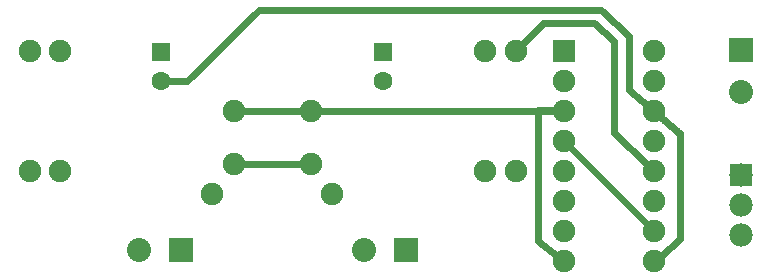
<source format=gbl>
G04 MADE WITH FRITZING*
G04 WWW.FRITZING.ORG*
G04 DOUBLE SIDED*
G04 HOLES PLATED*
G04 CONTOUR ON CENTER OF CONTOUR VECTOR*
%ASAXBY*%
%FSLAX23Y23*%
%MOIN*%
%OFA0B0*%
%SFA1.0B1.0*%
%ADD10C,0.075000*%
%ADD11C,0.080000*%
%ADD12C,0.078000*%
%ADD13C,0.062992*%
%ADD14R,0.080000X0.080000*%
%ADD15R,0.075000X0.075000*%
%ADD16R,0.078000X0.078000*%
%ADD17R,0.062992X0.062992*%
%ADD18C,0.024000*%
%ADD19R,0.001000X0.001000*%
%LNCOPPER0*%
G90*
G70*
G54D10*
X1758Y485D03*
X1758Y885D03*
X138Y485D03*
X138Y885D03*
X1657Y485D03*
X1657Y885D03*
X238Y485D03*
X238Y885D03*
X747Y408D03*
X1147Y408D03*
G54D11*
X2508Y888D03*
X2508Y750D03*
G54D10*
X1920Y886D03*
X2220Y886D03*
X1920Y786D03*
X2220Y786D03*
X1920Y686D03*
X2220Y686D03*
X1920Y586D03*
X2220Y586D03*
X1920Y486D03*
X2220Y486D03*
X1920Y386D03*
X2220Y386D03*
X1920Y286D03*
X2220Y286D03*
X1920Y186D03*
X2220Y186D03*
G54D12*
X2508Y472D03*
X2508Y372D03*
X2508Y272D03*
G54D13*
X1317Y884D03*
X1317Y786D03*
X577Y884D03*
X577Y786D03*
G54D10*
X820Y686D03*
X1076Y686D03*
X820Y509D03*
X1076Y509D03*
G54D11*
X1392Y223D03*
X1254Y223D03*
X642Y224D03*
X504Y224D03*
G54D14*
X2508Y888D03*
G54D15*
X1920Y886D03*
G54D16*
X2508Y472D03*
G54D17*
X1317Y884D03*
X577Y884D03*
G54D14*
X1392Y223D03*
X642Y224D03*
G54D18*
X848Y509D02*
X1047Y509D01*
D02*
X848Y686D02*
X1047Y686D01*
D02*
X1833Y686D02*
X1833Y253D01*
D02*
X1833Y253D02*
X1897Y203D01*
D02*
X1940Y565D02*
X2200Y306D01*
D02*
X2305Y612D02*
X2305Y258D01*
D02*
X2305Y258D02*
X2242Y204D01*
D02*
X1849Y981D02*
X2018Y981D01*
D02*
X2087Y919D02*
X2087Y614D01*
D02*
X2018Y981D02*
X2087Y919D01*
D02*
X1778Y906D02*
X1849Y981D01*
D02*
X2087Y614D02*
X2199Y506D01*
D02*
X2042Y1023D02*
X904Y1023D01*
D02*
X2136Y937D02*
X2042Y1023D01*
D02*
X664Y786D02*
X604Y786D01*
D02*
X904Y1023D02*
X664Y786D01*
D02*
X2136Y757D02*
X2136Y937D01*
D02*
X2198Y704D02*
X2136Y757D01*
D02*
X1104Y686D02*
X1891Y686D01*
G54D19*
X1831Y698D02*
X1920Y698D01*
X2217Y698D02*
X2220Y698D01*
X1828Y697D02*
X1923Y697D01*
X2214Y697D02*
X2223Y697D01*
X1826Y696D02*
X1925Y696D01*
X2212Y696D02*
X2225Y696D01*
X1825Y695D02*
X1926Y695D01*
X2211Y695D02*
X2226Y695D01*
X1824Y694D02*
X1927Y694D01*
X2210Y694D02*
X2227Y694D01*
X1823Y693D02*
X1928Y693D01*
X2209Y693D02*
X2228Y693D01*
X1822Y692D02*
X1929Y692D01*
X2209Y692D02*
X2230Y692D01*
X1822Y691D02*
X1929Y691D01*
X2208Y691D02*
X2231Y691D01*
X1821Y690D02*
X1929Y690D01*
X2208Y690D02*
X2232Y690D01*
X1821Y689D02*
X1930Y689D01*
X2207Y689D02*
X2233Y689D01*
X1821Y688D02*
X1930Y688D01*
X2207Y688D02*
X2234Y688D01*
X1821Y687D02*
X1930Y687D01*
X2207Y687D02*
X2235Y687D01*
X1821Y686D02*
X1930Y686D01*
X2207Y686D02*
X2237Y686D01*
X1821Y685D02*
X1930Y685D01*
X2207Y685D02*
X2238Y685D01*
X1821Y684D02*
X1930Y684D01*
X2207Y684D02*
X2239Y684D01*
X1821Y683D02*
X1930Y683D01*
X2207Y683D02*
X2240Y683D01*
X1822Y682D02*
X1929Y682D01*
X2208Y682D02*
X2241Y682D01*
X1822Y681D02*
X1929Y681D01*
X2208Y681D02*
X2242Y681D01*
X1822Y680D02*
X1928Y680D01*
X2209Y680D02*
X2243Y680D01*
X1823Y679D02*
X1928Y679D01*
X2209Y679D02*
X2245Y679D01*
X1824Y678D02*
X1927Y678D01*
X2210Y678D02*
X2246Y678D01*
X1825Y677D02*
X1926Y677D01*
X2211Y677D02*
X2247Y677D01*
X1826Y676D02*
X1924Y676D01*
X2212Y676D02*
X2248Y676D01*
X1828Y675D02*
X1922Y675D01*
X2214Y675D02*
X2249Y675D01*
X2215Y674D02*
X2250Y674D01*
X2216Y673D02*
X2252Y673D01*
X2217Y672D02*
X2253Y672D01*
X2218Y671D02*
X2254Y671D01*
X2219Y670D02*
X2255Y670D01*
X2221Y669D02*
X2256Y669D01*
X2222Y668D02*
X2257Y668D01*
X2223Y667D02*
X2258Y667D01*
X2224Y666D02*
X2260Y666D01*
X2225Y665D02*
X2261Y665D01*
X2226Y664D02*
X2262Y664D01*
X2227Y663D02*
X2263Y663D01*
X2229Y662D02*
X2264Y662D01*
X2230Y661D02*
X2265Y661D01*
X2231Y660D02*
X2267Y660D01*
X2232Y659D02*
X2268Y659D01*
X2233Y658D02*
X2269Y658D01*
X2234Y657D02*
X2270Y657D01*
X2236Y656D02*
X2271Y656D01*
X2237Y655D02*
X2272Y655D01*
X2238Y654D02*
X2274Y654D01*
X2239Y653D02*
X2275Y653D01*
X2240Y652D02*
X2276Y652D01*
X2241Y651D02*
X2277Y651D01*
X2242Y650D02*
X2278Y650D01*
X2244Y649D02*
X2279Y649D01*
X2245Y648D02*
X2280Y648D01*
X2246Y647D02*
X2282Y647D01*
X2247Y646D02*
X2283Y646D01*
X2248Y645D02*
X2284Y645D01*
X2249Y644D02*
X2285Y644D01*
X2251Y643D02*
X2286Y643D01*
X2252Y642D02*
X2287Y642D01*
X2253Y641D02*
X2289Y641D01*
X2254Y640D02*
X2290Y640D01*
X2255Y639D02*
X2291Y639D01*
X2256Y638D02*
X2292Y638D01*
X2257Y637D02*
X2293Y637D01*
X2259Y636D02*
X2294Y636D01*
X2260Y635D02*
X2295Y635D01*
X2261Y634D02*
X2297Y634D01*
X2262Y633D02*
X2298Y633D01*
X2263Y632D02*
X2299Y632D01*
X2264Y631D02*
X2300Y631D01*
X2266Y630D02*
X2301Y630D01*
X2267Y629D02*
X2302Y629D01*
X2268Y628D02*
X2304Y628D01*
X2269Y627D02*
X2305Y627D01*
X2270Y626D02*
X2306Y626D01*
X2271Y625D02*
X2307Y625D01*
X2272Y624D02*
X2308Y624D01*
X2274Y623D02*
X2309Y623D01*
X2275Y622D02*
X2310Y622D01*
X2276Y621D02*
X2311Y621D01*
X2277Y620D02*
X2312Y620D01*
X2278Y619D02*
X2313Y619D01*
X2279Y618D02*
X2314Y618D01*
X2281Y617D02*
X2314Y617D01*
X2282Y616D02*
X2315Y616D01*
X2283Y615D02*
X2315Y615D01*
X2284Y614D02*
X2315Y614D01*
X2285Y613D02*
X2315Y613D01*
X2286Y612D02*
X2315Y612D01*
X2287Y611D02*
X2315Y611D01*
X2289Y610D02*
X2315Y610D01*
X2290Y609D02*
X2315Y609D01*
X2291Y608D02*
X2314Y608D01*
X2292Y607D02*
X2314Y607D01*
X2293Y606D02*
X2313Y606D01*
X2294Y605D02*
X2313Y605D01*
X2296Y604D02*
X2312Y604D01*
X2297Y603D02*
X2311Y603D01*
X2298Y602D02*
X2309Y602D01*
X2301Y601D02*
X2307Y601D01*
D02*
G04 End of Copper0*
M02*
</source>
